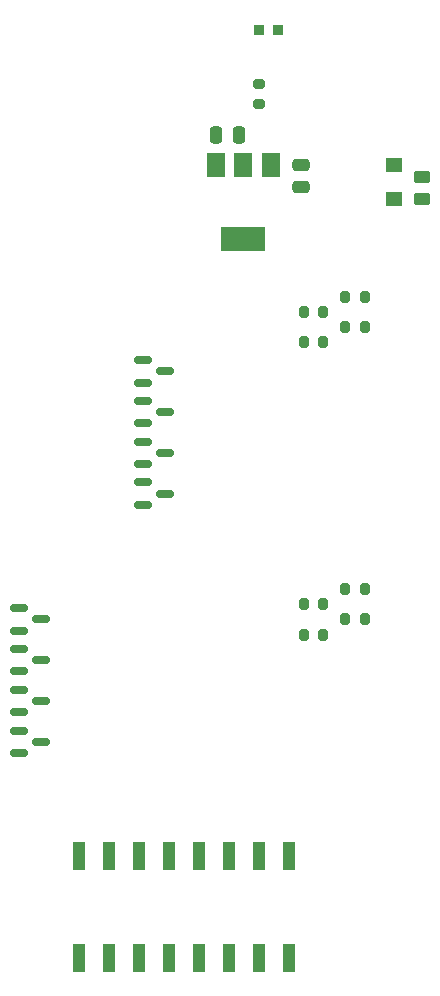
<source format=gbr>
%TF.GenerationSoftware,KiCad,Pcbnew,(6.0.10)*%
%TF.CreationDate,2023-01-10T11:19:31-08:00*%
%TF.ProjectId,we_ssr_control,77655f73-7372-45f6-936f-6e74726f6c2e,0.0.9*%
%TF.SameCoordinates,PX2faf080PY8583b00*%
%TF.FileFunction,Paste,Top*%
%TF.FilePolarity,Positive*%
%FSLAX46Y46*%
G04 Gerber Fmt 4.6, Leading zero omitted, Abs format (unit mm)*
G04 Created by KiCad (PCBNEW (6.0.10)) date 2023-01-10 11:19:31*
%MOMM*%
%LPD*%
G01*
G04 APERTURE LIST*
G04 Aperture macros list*
%AMRoundRect*
0 Rectangle with rounded corners*
0 $1 Rounding radius*
0 $2 $3 $4 $5 $6 $7 $8 $9 X,Y pos of 4 corners*
0 Add a 4 corners polygon primitive as box body*
4,1,4,$2,$3,$4,$5,$6,$7,$8,$9,$2,$3,0*
0 Add four circle primitives for the rounded corners*
1,1,$1+$1,$2,$3*
1,1,$1+$1,$4,$5*
1,1,$1+$1,$6,$7*
1,1,$1+$1,$8,$9*
0 Add four rect primitives between the rounded corners*
20,1,$1+$1,$2,$3,$4,$5,0*
20,1,$1+$1,$4,$5,$6,$7,0*
20,1,$1+$1,$6,$7,$8,$9,0*
20,1,$1+$1,$8,$9,$2,$3,0*%
G04 Aperture macros list end*
%ADD10RoundRect,0.200000X-0.200000X-0.275000X0.200000X-0.275000X0.200000X0.275000X-0.200000X0.275000X0*%
%ADD11RoundRect,0.150000X-0.587500X-0.150000X0.587500X-0.150000X0.587500X0.150000X-0.587500X0.150000X0*%
%ADD12RoundRect,0.200000X0.275000X-0.200000X0.275000X0.200000X-0.275000X0.200000X-0.275000X-0.200000X0*%
%ADD13RoundRect,0.250000X0.450000X-0.262500X0.450000X0.262500X-0.450000X0.262500X-0.450000X-0.262500X0*%
%ADD14RoundRect,0.250000X-0.250000X-0.475000X0.250000X-0.475000X0.250000X0.475000X-0.250000X0.475000X0*%
%ADD15RoundRect,0.250000X-0.475000X0.250000X-0.475000X-0.250000X0.475000X-0.250000X0.475000X0.250000X0*%
%ADD16R,0.900000X0.950000*%
%ADD17R,1.400000X1.300000*%
%ADD18R,1.500000X2.000000*%
%ADD19R,3.800000X2.000000*%
%ADD20R,1.130000X2.440000*%
G04 APERTURE END LIST*
D10*
%TO.C,RS8*%
X52175000Y34540000D03*
X53825000Y34540000D03*
%TD*%
D11*
%TO.C,QD5*%
X24562500Y22600000D03*
X24562500Y20700000D03*
X26437500Y21650000D03*
%TD*%
D10*
%TO.C,RS5*%
X48675000Y30720000D03*
X50325000Y30720000D03*
%TD*%
D12*
%TO.C,RL1*%
X44900000Y75650000D03*
X44900000Y77300000D03*
%TD*%
D13*
%TO.C,RP1*%
X58650000Y67600000D03*
X58650000Y69425000D03*
%TD*%
D10*
%TO.C,RS6*%
X52175000Y32000000D03*
X53825000Y32000000D03*
%TD*%
D11*
%TO.C,QD1*%
X35062500Y53950000D03*
X35062500Y52050000D03*
X36937500Y53000000D03*
%TD*%
D14*
%TO.C,C2*%
X41250000Y73050000D03*
X43150000Y73050000D03*
%TD*%
D11*
%TO.C,QD7*%
X24562500Y29500000D03*
X24562500Y27600000D03*
X26437500Y28550000D03*
%TD*%
D15*
%TO.C,C1*%
X48450000Y70500000D03*
X48450000Y68600000D03*
%TD*%
D16*
%TO.C,LED1*%
X46500000Y81950000D03*
X44900000Y81950000D03*
%TD*%
D10*
%TO.C,RS1*%
X52175000Y59270000D03*
X53825000Y59270000D03*
%TD*%
%TO.C,RS3*%
X52175000Y56730000D03*
X53825000Y56730000D03*
%TD*%
D11*
%TO.C,QD2*%
X35062500Y50500000D03*
X35062500Y48600000D03*
X36937500Y49550000D03*
%TD*%
D10*
%TO.C,RS2*%
X48675000Y58000000D03*
X50325000Y58000000D03*
%TD*%
D11*
%TO.C,QD6*%
X24562500Y26050000D03*
X24562500Y24150000D03*
X26437500Y25100000D03*
%TD*%
%TO.C,QD3*%
X35062500Y47050000D03*
X35062500Y45150000D03*
X36937500Y46100000D03*
%TD*%
D17*
%TO.C,ZD1*%
X56300000Y70500000D03*
X56300000Y67600000D03*
%TD*%
D18*
%TO.C,REG1*%
X45850000Y70500000D03*
X43550000Y70500000D03*
X41250000Y70500000D03*
D19*
X43550000Y64200000D03*
%TD*%
D10*
%TO.C,RS7*%
X48675000Y33270000D03*
X50325000Y33270000D03*
%TD*%
%TO.C,RS4*%
X48675000Y55460000D03*
X50325000Y55460000D03*
%TD*%
D11*
%TO.C,QD8*%
X24562500Y32950000D03*
X24562500Y31050000D03*
X26437500Y32000000D03*
%TD*%
D20*
%TO.C,S1*%
X29600000Y3350000D03*
X32140000Y3350000D03*
X34680000Y3350000D03*
X37220000Y3350000D03*
X39760000Y3350000D03*
X42300000Y3350000D03*
X44840000Y3350000D03*
X47380000Y3350000D03*
X47380000Y11950000D03*
X44840000Y11950000D03*
X42300000Y11950000D03*
X39760000Y11950000D03*
X37220000Y11950000D03*
X34680000Y11950000D03*
X32140000Y11950000D03*
X29600000Y11950000D03*
%TD*%
D11*
%TO.C,QD4*%
X35062500Y43600000D03*
X35062500Y41700000D03*
X36937500Y42650000D03*
%TD*%
M02*

</source>
